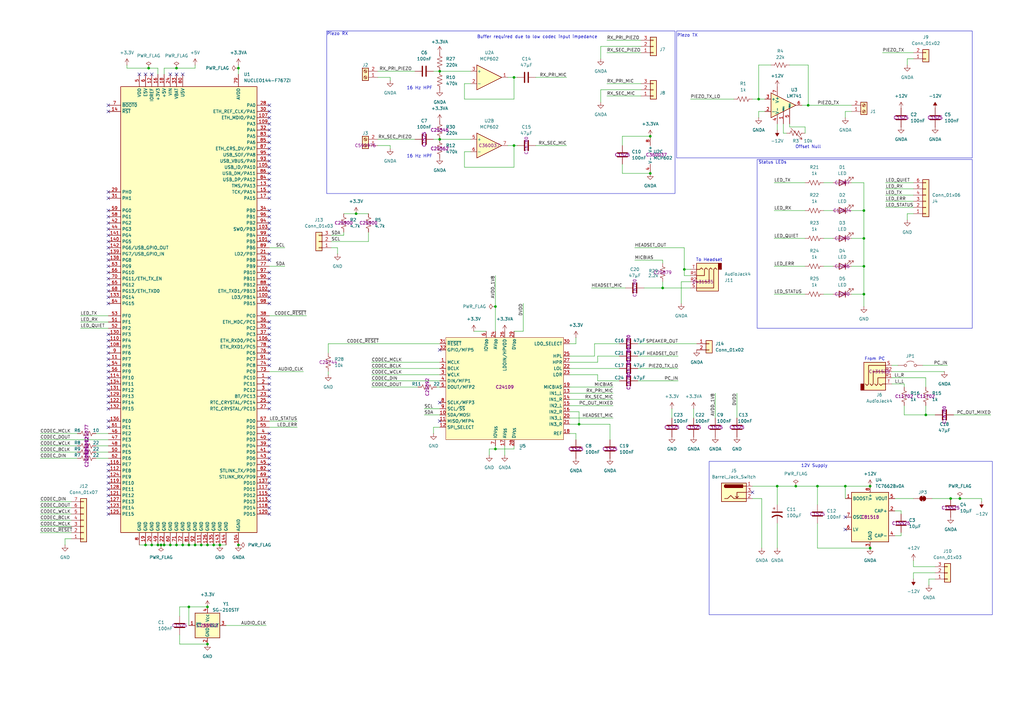
<source format=kicad_sch>
(kicad_sch (version 20250114) (generator "eeschema") (generator_version "9.0")
  (paper "A3")
  (rectangle (start 133.985 12.7) (end 276.86 79.375))
  (rectangle (start 290.83 189.23) (end 407.035 252.095))
  (rectangle (start 277.495 12.7) (end 398.78 64.77))
  (rectangle (start 310.515 65.405) (end 398.78 134.62))
  (text "16 Hz HPF" (at 172.085 36.195 0) (effects (font (size 1.27 1.27))))
  (text "To Headset" (at 290.83 106.68 0) (effects (font (size 1.27 1.27))))
  (text "Piezo TX" (at 281.94 14.605 0) (effects (font (size 1.27 1.27))))
  (text "Buffer required due to low codec input impedance" (at 220.345 15.24 0) (effects (font (size 1.27 1.27))))
  (text "Piezo RX" (at 138.43 13.97 0) (effects (font (size 1.27 1.27))))
  (text "12V Supply" (at 334.01 191.135 0) (effects (font (size 1.27 1.27))))
  (text "Status LEDs" (at 316.865 66.675 0) (effects (font (size 1.27 1.27))))
  (text "Offset Null" (at 331.47 60.325 0) (effects (font (size 1.27 1.27))))
  (text "From PC" (at 358.775 147.32 0) (effects (font (size 1.27 1.27))))
  (text "16 Hz HPF" (at 172.085 64.135 0) (effects (font (size 1.27 1.27))))
  (junction (at 354.33 97.79))
  (junction (at 389.89 204.47))
  (junction (at 80.01 223.52))
  (junction (at 356.87 199.39))
  (junction (at 64.77 223.52))
  (junction (at 60.96 27.94))
  (junction (at 77.47 248.92))
  (junction (at 146.05 87.63))
  (junction (at 203.2 184.15))
  (junction (at 237.49 173.99))
  (junction (at 66.04 223.52))
  (junction (at 82.55 223.52))
  (junction (at 180.34 29.21))
  (junction (at 311.15 40.64))
  (junction (at 266.7 55.88))
  (junction (at 280.67 110.49))
  (junction (at 210.82 31.75))
  (junction (at 318.77 199.39))
  (junction (at 210.82 59.69))
  (junction (at 335.28 199.39))
  (junction (at 180.34 57.15))
  (junction (at 393.7 204.47))
  (junction (at 346.71 199.39))
  (junction (at 266.7 71.12))
  (junction (at 74.93 223.52))
  (junction (at 354.33 120.65))
  (junction (at 331.47 43.18))
  (junction (at 203.2 125.73))
  (junction (at 85.09 264.16))
  (junction (at 379.73 170.18))
  (junction (at 59.69 223.52))
  (junction (at 85.09 223.52))
  (junction (at 85.09 248.92))
  (junction (at 326.39 199.39))
  (junction (at 97.79 223.52))
  (junction (at 72.39 223.52))
  (junction (at 90.17 223.52))
  (junction (at 62.23 223.52))
  (junction (at 97.79 27.94))
  (junction (at 356.87 224.79))
  (junction (at 354.33 86.36))
  (junction (at 77.47 223.52))
  (junction (at 87.63 223.52))
  (junction (at 271.78 118.11))
  (junction (at 72.39 27.94))
  (junction (at 69.85 223.52))
  (junction (at 67.31 223.52))
  (junction (at 354.33 109.22))
  (no_connect (at 44.45 142.24))
  (no_connect (at 44.45 205.74))
  (no_connect (at 308.61 201.93))
  (no_connect (at 110.49 76.2))
  (no_connect (at 44.45 200.66))
  (no_connect (at 44.45 104.14))
  (no_connect (at 110.49 96.52))
  (no_connect (at 44.45 43.18))
  (no_connect (at 110.49 55.88))
  (no_connect (at 110.49 68.58))
  (no_connect (at 110.49 149.86))
  (no_connect (at 110.49 208.28))
  (no_connect (at 110.49 88.9))
  (no_connect (at 69.85 30.48))
  (no_connect (at 44.45 167.64))
  (no_connect (at 110.49 114.3))
  (no_connect (at 44.45 109.22))
  (no_connect (at 110.49 134.62))
  (no_connect (at 44.45 152.4))
  (no_connect (at 44.45 193.04))
  (no_connect (at 44.45 149.86))
  (no_connect (at 110.49 205.74))
  (no_connect (at 110.49 137.16))
  (no_connect (at 44.45 96.52))
  (no_connect (at 110.49 144.78))
  (no_connect (at 44.45 93.98))
  (no_connect (at 59.69 30.48))
  (no_connect (at 44.45 114.3))
  (no_connect (at 110.49 104.14))
  (no_connect (at 44.45 165.1))
  (no_connect (at 110.49 193.04))
  (no_connect (at 180.34 172.72))
  (no_connect (at 44.45 81.28))
  (no_connect (at 110.49 99.06))
  (no_connect (at 44.45 154.94))
  (no_connect (at 44.45 195.58))
  (no_connect (at 110.49 50.8))
  (no_connect (at 110.49 111.76))
  (no_connect (at 62.23 30.48))
  (no_connect (at 110.49 78.74))
  (no_connect (at 110.49 142.24))
  (no_connect (at 44.45 172.72))
  (no_connect (at 110.49 60.96))
  (no_connect (at 110.49 43.18))
  (no_connect (at 44.45 160.02))
  (no_connect (at 44.45 106.68))
  (no_connect (at 110.49 180.34))
  (no_connect (at 44.45 86.36))
  (no_connect (at 110.49 200.66))
  (no_connect (at 44.45 111.76))
  (no_connect (at 110.49 160.02))
  (no_connect (at 110.49 119.38))
  (no_connect (at 44.45 190.5))
  (no_connect (at 110.49 177.8))
  (no_connect (at 110.49 71.12))
  (no_connect (at 44.45 101.6))
  (no_connect (at 44.45 45.72))
  (no_connect (at 44.45 124.46))
  (no_connect (at 44.45 203.2))
  (no_connect (at 110.49 167.64))
  (no_connect (at 110.49 147.32))
  (no_connect (at 110.49 132.08))
  (no_connect (at 110.49 66.04))
  (no_connect (at 110.49 203.2))
  (no_connect (at 346.71 217.17))
  (no_connect (at 110.49 73.66))
  (no_connect (at 110.49 81.28))
  (no_connect (at 44.45 91.44))
  (no_connect (at 44.45 162.56))
  (no_connect (at 110.49 198.12))
  (no_connect (at 110.49 162.56))
  (no_connect (at 110.49 185.42))
  (no_connect (at 110.49 53.34))
  (no_connect (at 44.45 116.84))
  (no_connect (at 110.49 93.98))
  (no_connect (at 110.49 45.72))
  (no_connect (at 110.49 139.7))
  (no_connect (at 110.49 210.82))
  (no_connect (at 180.34 165.1))
  (no_connect (at 110.49 63.5))
  (no_connect (at 110.49 195.58))
  (no_connect (at 110.49 157.48))
  (no_connect (at 44.45 198.12))
  (no_connect (at 44.45 210.82))
  (no_connect (at 110.49 91.44))
  (no_connect (at 110.49 190.5))
  (no_connect (at 110.49 187.96))
  (no_connect (at 110.49 182.88))
  (no_connect (at 110.49 86.36))
  (no_connect (at 110.49 106.68))
  (no_connect (at 110.49 154.94))
  (no_connect (at 44.45 208.28))
  (no_connect (at 44.45 78.74))
  (no_connect (at 44.45 144.78))
  (no_connect (at 44.45 88.9))
  (no_connect (at 44.45 99.06))
  (no_connect (at 74.93 30.48))
  (no_connect (at 110.49 116.84))
  (no_connect (at 44.45 147.32))
  (no_connect (at 110.49 58.42))
  (no_connect (at 44.45 175.26))
  (no_connect (at 110.49 121.92))
  (no_connect (at 72.39 30.48))
  (no_connect (at 44.45 157.48))
  (no_connect (at 44.45 119.38))
  (no_connect (at 180.34 143.51))
  (no_connect (at 110.49 124.46))
  (no_connect (at 110.49 165.1))
  (no_connect (at 346.71 212.09))
  (no_connect (at 44.45 137.16))
  (no_connect (at 110.49 48.26))
  (no_connect (at 44.45 139.7))
  (no_connect (at 44.45 121.92))
  (no_connect (at 57.15 30.48))
  (wire (pts (xy 346.71 45.72) (xy 349.25 45.72)))
  (wire (pts (xy 354.33 97.79) (xy 354.33 109.22)))
  (wire (pts (xy 266.7 55.88) (xy 255.27 55.88)))
  (wire (pts (xy 67.31 223.52) (xy 69.85 223.52)))
  (wire (pts (xy 254 156.21) (xy 245.11 156.21)))
  (wire (pts (xy 255.27 67.31) (xy 255.27 71.12)))
  (wire (pts (xy 62.23 223.52) (xy 64.77 223.52)))
  (wire (pts (xy 16.51 185.42) (xy 31.75 185.42)))
  (wire (pts (xy 16.51 205.74) (xy 29.21 205.74)))
  (wire (pts (xy 323.85 52.07) (xy 330.2 52.07)))
  (wire (pts (xy 367.03 204.47) (xy 374.65 204.47)))
  (wire (pts (xy 317.5 97.79) (xy 330.2 97.79)))
  (wire (pts (xy 177.8 177.8) (xy 177.8 175.26)))
  (wire (pts (xy 16.51 187.96) (xy 31.75 187.96)))
  (wire (pts (xy 233.68 166.37) (xy 251.46 166.37)))
  (wire (pts (xy 207.01 182.88) (xy 207.01 186.69)))
  (wire (pts (xy 97.79 27.94) (xy 97.79 30.48)))
  (wire (pts (xy 16.51 213.36) (xy 29.21 213.36)))
  (wire (pts (xy 16.51 210.82) (xy 29.21 210.82)))
  (wire (pts (xy 26.67 220.98) (xy 29.21 220.98)))
  (wire (pts (xy 331.47 26.67) (xy 331.47 43.18)))
  (wire (pts (xy 208.28 59.69) (xy 210.82 59.69)))
  (wire (pts (xy 210.82 184.15) (xy 210.82 182.88)))
  (wire (pts (xy 160.02 59.69) (xy 160.02 60.96)))
  (wire (pts (xy 236.22 138.43) (xy 236.22 140.97)))
  (wire (pts (xy 374.65 87.63) (xy 372.11 87.63)))
  (wire (pts (xy 200.66 186.69) (xy 200.66 184.15)))
  (wire (pts (xy 271.78 118.11) (xy 271.78 115.57)))
  (wire (pts (xy 264.16 118.11) (xy 271.78 118.11)))
  (wire (pts (xy 379.73 170.18) (xy 383.54 170.18)))
  (wire (pts (xy 52.07 27.94) (xy 60.96 27.94)))
  (wire (pts (xy 337.82 120.65) (xy 341.63 120.65)))
  (wire (pts (xy 354.33 109.22) (xy 354.33 120.65)))
  (wire (pts (xy 39.37 182.88) (xy 44.45 182.88)))
  (wire (pts (xy 59.69 223.52) (xy 62.23 223.52)))
  (wire (pts (xy 322.58 54.61) (xy 321.31 54.61)))
  (wire (pts (xy 337.82 74.93) (xy 341.63 74.93)))
  (wire (pts (xy 354.33 74.93) (xy 354.33 86.36)))
  (wire (pts (xy 72.39 223.52) (xy 74.93 223.52)))
  (wire (pts (xy 203.2 184.15) (xy 210.82 184.15)))
  (wire (pts (xy 237.49 173.99) (xy 233.68 173.99)))
  (wire (pts (xy 346.71 48.26) (xy 346.71 45.72)))
  (wire (pts (xy 67.31 27.94) (xy 72.39 27.94)))
  (wire (pts (xy 66.04 223.52) (xy 67.31 223.52)))
  (wire (pts (xy 233.68 148.59) (xy 245.11 148.59)))
  (wire (pts (xy 346.71 199.39) (xy 335.28 199.39)))
  (wire (pts (xy 233.68 171.45) (xy 251.46 171.45)))
  (wire (pts (xy 261.62 140.97) (xy 285.75 140.97)))
  (wire (pts (xy 233.68 146.05) (xy 243.84 146.05)))
  (wire (pts (xy 77.47 248.92) (xy 85.09 248.92)))
  (wire (pts (xy 134.62 140.97) (xy 180.34 140.97)))
  (wire (pts (xy 39.37 185.42) (xy 44.45 185.42)))
  (wire (pts (xy 138.43 101.6) (xy 138.43 104.14)))
  (wire (pts (xy 16.51 215.9) (xy 29.21 215.9)))
  (wire (pts (xy 363.22 74.93) (xy 374.65 74.93)))
  (wire (pts (xy 372.11 87.63) (xy 372.11 90.17)))
  (wire (pts (xy 363.22 85.09) (xy 374.65 85.09)))
  (wire (pts (xy 381 237.49) (xy 381 240.03)))
  (wire (pts (xy 293.37 161.29) (xy 293.37 171.45)))
  (wire (pts (xy 69.85 223.52) (xy 72.39 223.52)))
  (wire (pts (xy 219.71 31.75) (xy 232.41 31.75)))
  (wire (pts (xy 110.49 152.4) (xy 124.46 152.4)))
  (wire (pts (xy 323.85 26.67) (xy 331.47 26.67)))
  (wire (pts (xy 246.38 36.83) (xy 262.89 36.83)))
  (wire (pts (xy 245.11 156.21) (xy 245.11 153.67)))
  (wire (pts (xy 16.51 180.34) (xy 44.45 180.34)))
  (wire (pts (xy 60.96 27.94) (xy 64.77 27.94)))
  (wire (pts (xy 233.68 168.91) (xy 237.49 168.91)))
  (wire (pts (xy 140.97 87.63) (xy 146.05 87.63)))
  (wire (pts (xy 302.26 161.29) (xy 302.26 171.45)))
  (wire (pts (xy 328.93 43.18) (xy 331.47 43.18)))
  (wire (pts (xy 365.76 149.86) (xy 368.3 149.86)))
  (wire (pts (xy 233.68 140.97) (xy 236.22 140.97)))
  (wire (pts (xy 243.84 140.97) (xy 254 140.97)))
  (wire (pts (xy 85.09 223.52) (xy 87.63 223.52)))
  (wire (pts (xy 67.31 30.48) (xy 67.31 27.94)))
  (wire (pts (xy 326.39 199.39) (xy 335.28 199.39)))
  (wire (pts (xy 134.62 153.67) (xy 134.62 152.4)))
  (wire (pts (xy 77.47 223.52) (xy 80.01 223.52)))
  (wire (pts (xy 337.82 109.22) (xy 341.63 109.22)))
  (wire (pts (xy 173.99 167.64) (xy 180.34 167.64)))
  (wire (pts (xy 317.5 109.22) (xy 330.2 109.22)))
  (wire (pts (xy 335.28 199.39) (xy 335.28 207.01)))
  (wire (pts (xy 134.62 140.97) (xy 134.62 144.78)))
  (wire (pts (xy 236.22 177.8) (xy 236.22 180.34)))
  (wire (pts (xy 402.59 204.47) (xy 402.59 205.74)))
  (wire (pts (xy 82.55 223.52) (xy 85.09 223.52)))
  (wire (pts (xy 193.04 62.23) (xy 190.5 62.23)))
  (wire (pts (xy 349.25 109.22) (xy 354.33 109.22)))
  (wire (pts (xy 370.84 170.18) (xy 379.73 170.18)))
  (wire (pts (xy 260.35 106.68) (xy 271.78 106.68)))
  (wire (pts (xy 177.8 175.26) (xy 180.34 175.26)))
  (wire (pts (xy 271.78 118.11) (xy 283.21 118.11)))
  (wire (pts (xy 64.77 223.52) (xy 66.04 223.52)))
  (wire (pts (xy 121.92 172.72) (xy 110.49 172.72)))
  (wire (pts (xy 383.54 234.95) (xy 374.65 234.95)))
  (wire (pts (xy 261.62 151.13) (xy 278.13 151.13)))
  (wire (pts (xy 246.38 19.05) (xy 262.89 19.05)))
  (wire (pts (xy 203.2 184.15) (xy 203.2 182.88)))
  (wire (pts (xy 354.33 86.36) (xy 354.33 97.79)))
  (wire (pts (xy 190.5 68.58) (xy 210.82 68.58)))
  (wire (pts (xy 389.89 204.47) (xy 393.7 204.47)))
  (wire (pts (xy 203.2 113.03) (xy 203.2 125.73)))
  (wire (pts (xy 311.15 48.26) (xy 311.15 45.72)))
  (wire (pts (xy 73.66 260.35) (xy 73.66 264.16)))
  (wire (pts (xy 248.92 34.29) (xy 262.89 34.29)))
  (wire (pts (xy 317.5 74.93) (xy 330.2 74.93)))
  (wire (pts (xy 233.68 153.67) (xy 245.11 153.67)))
  (wire (pts (xy 210.82 135.89) (xy 214.63 135.89)))
  (wire (pts (xy 354.33 120.65) (xy 354.33 125.73)))
  (wire (pts (xy 335.28 224.79) (xy 356.87 224.79)))
  (wire (pts (xy 280.67 110.49) (xy 280.67 113.03)))
  (wire (pts (xy 318.77 214.63) (xy 318.77 224.79)))
  (wire (pts (xy 219.71 59.69) (xy 232.41 59.69)))
  (wire (pts (xy 261.62 156.21) (xy 278.13 156.21)))
  (wire (pts (xy 73.66 248.92) (xy 77.47 248.92)))
  (wire (pts (xy 64.77 27.94) (xy 64.77 30.48)))
  (wire (pts (xy 140.97 96.52) (xy 140.97 95.25)))
  (wire (pts (xy 349.25 74.93) (xy 354.33 74.93)))
  (wire (pts (xy 374.65 234.95) (xy 374.65 237.49)))
  (wire (pts (xy 80.01 223.52) (xy 82.55 223.52)))
  (wire (pts (xy 152.4 158.75) (xy 171.45 158.75)))
  (wire (pts (xy 361.95 21.59) (xy 374.65 21.59)))
  (wire (pts (xy 74.93 223.52) (xy 77.47 223.52)))
  (wire (pts (xy 97.79 26.67) (xy 97.79 27.94)))
  (wire (pts (xy 363.22 80.01) (xy 374.65 80.01)))
  (wire (pts (xy 193.04 34.29) (xy 190.5 34.29)))
  (wire (pts (xy 317.5 120.65) (xy 330.2 120.65)))
  (wire (pts (xy 318.77 50.8) (xy 318.77 53.34)))
  (wire (pts (xy 383.54 237.49) (xy 381 237.49)))
  (wire (pts (xy 308.61 40.64) (xy 311.15 40.64)))
  (wire (pts (xy 255.27 71.12) (xy 266.7 71.12)))
  (wire (pts (xy 57.15 223.52) (xy 59.69 223.52)))
  (wire (pts (xy 379.73 154.94) (xy 379.73 158.75)))
  (wire (pts (xy 16.51 182.88) (xy 31.75 182.88)))
  (wire (pts (xy 378.46 149.86) (xy 388.62 149.86)))
  (wire (pts (xy 190.5 34.29) (xy 190.5 40.64)))
  (wire (pts (xy 210.82 59.69) (xy 212.09 59.69)))
  (wire (pts (xy 337.82 97.79) (xy 341.63 97.79)))
  (wire (pts (xy 233.68 177.8) (xy 236.22 177.8)))
  (wire (pts (xy 383.54 232.41) (xy 374.65 232.41)))
  (wire (pts (xy 248.92 39.37) (xy 262.89 39.37)))
  (wire (pts (xy 26.67 223.52) (xy 26.67 220.98)))
  (wire (pts (xy 151.13 95.25) (xy 151.13 99.06)))
  (wire (pts (xy 312.42 204.47) (xy 312.42 224.79)))
  (wire (pts (xy 349.25 120.65) (xy 354.33 120.65)))
  (wire (pts (xy 203.2 125.73) (xy 203.2 135.89)))
  (wire (pts (xy 316.23 26.67) (xy 311.15 26.67)))
  (wire (pts (xy 308.61 199.39) (xy 318.77 199.39)))
  (wire (pts (xy 374.65 229.87) (xy 374.65 232.41)))
  (wire (pts (xy 210.82 59.69) (xy 210.82 68.58)))
  (wire (pts (xy 308.61 204.47) (xy 312.42 204.47)))
  (wire (pts (xy 160.02 59.69) (xy 154.94 59.69)))
  (wire (pts (xy 73.66 264.16) (xy 85.09 264.16)))
  (wire (pts (xy 73.66 252.73) (xy 73.66 248.92)))
  (wire (pts (xy 110.49 101.6) (xy 116.84 101.6)))
  (wire (pts (xy 154.94 57.15) (xy 170.18 57.15)))
  (wire (pts (xy 337.82 86.36) (xy 341.63 86.36)))
  (wire (pts (xy 210.82 31.75) (xy 210.82 40.64)))
  (wire (pts (xy 194.31 135.89) (xy 199.39 135.89)))
  (wire (pts (xy 72.39 27.94) (xy 80.01 27.94)))
  (wire (pts (xy 279.4 115.57) (xy 279.4 124.46)))
  (wire (pts (xy 179.07 158.75) (xy 180.34 158.75)))
  (wire (pts (xy 365.76 152.4) (xy 387.35 152.4)))
  (wire (pts (xy 370.84 166.37) (xy 370.84 170.18)))
  (wire (pts (xy 331.47 43.18) (xy 349.25 43.18)))
  (wire (pts (xy 212.09 31.75) (xy 210.82 31.75)))
  (wire (pts (xy 245.11 148.59) (xy 245.11 146.05)))
  (wire (pts (xy 90.17 223.52) (xy 92.71 223.52)))
  (wire (pts (xy 283.21 115.57) (xy 279.4 115.57)))
  (wire (pts (xy 121.92 175.26) (xy 110.49 175.26)))
  (wire (pts (xy 317.5 86.36) (xy 330.2 86.36)))
  (wire (pts (xy 33.02 134.62) (xy 44.45 134.62)))
  (wire (pts (xy 135.89 99.06) (xy 151.13 99.06)))
  (wire (pts (xy 330.2 52.07) (xy 330.2 54.61)))
  (wire (pts (xy 260.35 101.6) (xy 280.67 101.6)))
  (wire (pts (xy 154.94 29.21) (xy 170.18 29.21)))
  (wire (pts (xy 80.01 27.94) (xy 80.01 26.67)))
  (wire (pts (xy 77.47 248.92) (xy 77.47 256.54)))
  (wire (pts (xy 284.48 167.64) (xy 284.48 171.45)))
  (wire (pts (xy 160.02 31.75) (xy 154.94 31.75)))
  (wire (pts (xy 152.4 153.67) (xy 180.34 153.67)))
  (wire (pts (xy 190.5 62.23) (xy 190.5 68.58)))
  (wire (pts (xy 177.8 57.15) (xy 180.34 57.15)))
  (wire (pts (xy 208.28 31.75) (xy 210.82 31.75)))
  (wire (pts (xy 372.11 24.13) (xy 372.11 26.67)))
  (wire (pts (xy 110.49 129.54) (xy 125.73 129.54)))
  (wire (pts (xy 283.21 113.03) (xy 280.67 113.03)))
  (wire (pts (xy 245.11 146.05) (xy 254 146.05)))
  (wire (pts (xy 233.68 158.75) (xy 251.46 158.75)))
  (wire (pts (xy 382.27 204.47) (xy 389.89 204.47)))
  (wire (pts (xy 275.59 167.64) (xy 275.59 171.45)))
  (wire (pts (xy 367.03 219.71) (xy 369.57 219.71)))
  (wire (pts (xy 379.73 166.37) (xy 379.73 170.18)))
  (wire (pts (xy 369.57 209.55) (xy 369.57 210.82)))
  (wire (pts (xy 39.37 187.96) (xy 44.45 187.96)))
  (wire (pts (xy 367.03 209.55) (xy 369.57 209.55)))
  (wire (pts (xy 369.57 219.71) (xy 369.57 218.44)))
  (wire (pts (xy 233.68 151.13) (xy 254 151.13)))
  (wire (pts (xy 248.92 16.51) (xy 262.89 16.51)))
  (wire (pts (xy 233.68 163.83) (xy 251.46 163.83)))
  (wire (pts (xy 200.66 184.15) (xy 203.2 184.15)))
  (wire (pts (xy 346.71 199.39) (xy 346.71 204.47)))
  (wire (pts (xy 152.4 151.13) (xy 180.34 151.13)))
  (wire (pts (xy 349.25 86.36) (xy 354.33 86.36)))
  (wire (pts (xy 280.67 110.49) (xy 283.21 110.49)))
  (wire (pts (xy 233.68 161.29) (xy 251.46 161.29)))
  (wire (pts (xy 16.51 218.44) (xy 29.21 218.44)))
  (wire (pts (xy 356.87 199.39) (xy 346.71 199.39)))
  (wire (pts (xy 250.19 173.99) (xy 250.19 180.34)))
  (wire (pts (xy 52.07 26.67) (xy 52.07 27.94)))
  (wire (pts (xy 283.21 40.64) (xy 300.99 40.64)))
  (wire (pts (xy 391.16 170.18) (xy 406.4 170.18)))
  (wire (pts (xy 173.99 170.18) (xy 180.34 170.18)))
  (wire (pts (xy 152.4 156.21) (xy 180.34 156.21)))
  (wire (pts (xy 326.39 199.39) (xy 318.77 199.39)))
  (wire (pts (xy 237.49 173.99) (xy 250.19 173.99)))
  (wire (pts (xy 365.76 154.94) (xy 379.73 154.94)))
  (wire (pts (xy 180.34 29.21) (xy 193.04 29.21)))
  (wire (pts (xy 271.78 107.95) (xy 271.78 106.68)))
  (wire (pts (xy 243.84 146.05) (xy 243.84 140.97)))
  (wire (pts (xy 335.28 214.63) (xy 335.28 224.79)))
  (wire (pts (xy 255.27 55.88) (xy 255.27 59.69)))
  (wire (pts (xy 146.05 87.63) (xy 151.13 87.63)))
  (wire (pts (xy 160.02 31.75) (xy 160.02 33.02)))
  (wire (pts (xy 323.85 52.07) (xy 323.85 50.8)))
  (wire (pts (xy 321.31 54.61) (xy 321.31 50.8)))
  (wire (pts (xy 33.02 132.08) (xy 44.45 132.08)))
  (wire (pts (xy 311.15 40.64) (xy 313.69 40.64)))
  (wire (pts (xy 246.38 19.05) (xy 246.38 24.13)))
  (wire (pts (xy 152.4 148.59) (xy 180.34 148.59)))
  (wire (pts (xy 246.38 36.83) (xy 246.38 41.91)))
  (wire (pts (xy 237.49 168.91) (xy 237.49 173.99)))
  (wire (pts (xy 393.7 204.47) (xy 402.59 204.47)))
  (wire (pts (xy 363.22 77.47) (xy 374.65 77.47)))
  (wire (pts (xy 261.62 146.05) (xy 278.13 146.05)))
  (wire (pts (xy 110.49 109.22) (xy 116.84 109.22)))
  (wire (pts (xy 363.22 82.55) (xy 374.65 82.55)))
  (wire (pts (xy 16.51 208.28) (xy 29.21 208.28)))
  (wire (pts (xy 87.63 223.52) (xy 90.17 223.52)))
  (wire (pts (xy 177.8 29.21) (xy 180.34 29.21)))
  (wire (pts (xy 180.34 57.15) (xy 193.04 57.15)))
  (wire (pts (xy 248.92 21.59) (xy 262.89 21.59)))
  (wire (pts (xy 135.89 101.6) (xy 138.43 101.6)))
  (wire (pts (xy 370.84 157.48) (xy 370.84 158.75)))
  (wire (pts (xy 190.5 40.64) (xy 210.82 40.64)))
  (wire (pts (xy 349.25 97.79) (xy 354.33 97.79)))
  (wire (pts (xy 242.57 118.11) (xy 256.54 118.11)))
  (wire (pts (xy 280.67 110.49) (xy 280.67 101.6)))
  (wire (pts (xy 92.71 256.54) (xy 109.22 256.54)))
  (wire (pts (xy 135.89 96.52) (xy 140.97 96.52)))
  (wire (pts (xy 311.15 26.67) (xy 311.15 40.64)))
  (wire (pts (xy 33.02 129.54) (xy 44.45 129.54)))
  (wire (pts (xy 365.76 157.48) (xy 370.84 157.48)))
  (wire (pts (xy 214.63 124.46) (xy 214.63 135.89)))
  (wire (pts (xy 311.15 45.72) (xy 313.69 45.72)))
  (wire (pts (xy 318.77 199.39) (xy 318.77 207.01)))
  (wire (pts (xy 39.37 177.8) (xy 44.45 177.8)))
  (wire (pts (xy 16.51 177.8) (xy 31.75 177.8)))
  (wire (pts (xy 374.65 24.13) (xy 372.11 24.13)))
  (label "RX_PRI_MIC" (at 251.46 161.29 180))
  (label "RX_PRI_MIC" (at 248.92 34.29 0))
  (label "LED_STATUS" (at 317.5 120.65 0))
  (label "CODEC_DIN" (at 16.51 187.96 0))
  (label "RX_SEC_MIC" (at 232.41 59.69 180))
  (label "PIEZO_TX" (at 361.95 21.59 0))
  (label "LED_QUIET" (at 33.02 134.62 0))
  (label "SDA" (at 116.84 109.22 180))
  (label "PC_IN" (at 388.62 149.86 180))
  (label "MICBIAS" (at 260.35 106.68 0))
  (label "AUDIO_CLK" (at 124.46 152.4 180))
  (label "HEADSET_MIC" (at 242.57 118.11 0))
  (label "RX_SEC_MIC" (at 248.92 39.37 0))
  (label "HEADSET_MIC" (at 251.46 171.45 180))
  (label "LED_RX" (at 33.02 132.08 0))
  (label "CODEC_~{RESET}" (at 142.24 140.97 0))
  (label "SCL" (at 135.89 99.06 0))
  (label "AVDD_1V8" (at 293.37 161.29 270))
  (label "MICBIAS" (at 251.46 158.75 180))
  (label "LED_RX" (at 363.22 77.47 0))
  (label "CODEC_DOUT" (at 16.51 180.34 0))
  (label "SDA" (at 135.89 96.52 0))
  (label "LED_QUIET" (at 317.5 97.79 0))
  (label "HEADSET_OUT" (at 278.13 146.05 180))
  (label "CODEC_WCLK" (at 16.51 210.82 0))
  (label "LED_ERR" (at 121.92 175.26 180))
  (label "RX_SEC_PIEZO" (at 248.92 21.59 0))
  (label "LED_STATUS" (at 121.92 172.72 180))
  (label "PIEZO_TX_LO" (at 283.21 40.64 0))
  (label "LED_QUIET" (at 363.22 74.93 0))
  (label "LED_ERR" (at 317.5 109.22 0))
  (label "RX_SEC_PIEZO" (at 168.91 57.15 180))
  (label "LED_RX" (at 317.5 86.36 0))
  (label "PC_OUT_MIXED" (at 406.4 170.18 180))
  (label "RX_SEC_MIC" (at 251.46 163.83 180))
  (label "AVDD_1V8" (at 203.2 113.03 270))
  (label "CODEC_BCLK" (at 16.51 185.42 0))
  (label "DVDD" (at 302.26 161.29 270))
  (label "LED_ERR" (at 363.22 82.55 0))
  (label "CODEC_WCLK" (at 152.4 153.67 0))
  (label "SDA" (at 173.99 170.18 0))
  (label "LED_TX" (at 33.02 129.54 0))
  (label "HEADSET_OUT" (at 260.35 101.6 0))
  (label "CODEC_DIN" (at 152.4 156.21 0))
  (label "CODEC_~{RESET}" (at 125.73 129.54 180))
  (label "PC_IN" (at 278.13 156.21 180))
  (label "CODEC_BCLK" (at 16.51 213.36 0))
  (label "CODEC_BCLK" (at 152.4 151.13 0))
  (label "CODEC_DIN" (at 16.51 205.74 0))
  (label "LED_TX" (at 317.5 74.93 0))
  (label "LI_R" (at 370.84 154.94 180))
  (label "RX_PRI_PIEZO" (at 168.91 29.21 180))
  (label "SPEAKER_OUT" (at 278.13 140.97 180))
  (label "LI_L" (at 370.84 157.48 180))
  (label "CODEC_DOUT" (at 16.51 208.28 0))
  (label "SCL" (at 116.84 101.6 180))
  (label "SCL" (at 173.99 167.64 0))
  (label "LED_TX" (at 363.22 80.01 0))
  (label "LED_STATUS" (at 363.22 85.09 0))
  (label "DVDD" (at 214.63 124.46 270))
  (label "PIEZO_TX_LO" (at 278.13 151.13 180))
  (label "CODEC_MCLK" (at 16.51 177.8 0))
  (label "PIEZO_TX" (at 335.28 43.18 0))
  (label "RX_PRI_PIEZO" (at 248.92 16.51 0))
  (label "CODEC_~{RESET}" (at 16.51 218.44 0))
  (label "RX_PRI_MIC" (at 232.41 31.75 180))
  (label "CODEC_MCLK" (at 152.4 148.59 0))
  (label "CODEC_WCLK" (at 16.51 182.88 0))
  (label "PC_OUT_MIXED" (at 251.46 166.37 180))
  (label "AUDIO_CLK" (at 109.22 256.54 180))
  (label "CODEC_MCLK" (at 16.51 215.9 0))
  (label "CODEC_DOUT" (at 152.4 158.75 0))
  (symbol (lib_id "power:GNDA") (at 387.35 152.4 0) (unit 1)
    (property "Reference" "#PWR065" (effects (hide yes)))
    (property "Value" "GNDA" (at 387.35 157.48 0))
    (property "Description" "Power symbol creates a global label with name \"GNDA\" , analog ground" (effects (hide yes)))
  )
  (symbol (lib_id "power:PWR_FLAG") (at 393.7 204.47 0) (unit 1)
    (property "Reference" "#FLG04" (effects (hide yes)))
    (property "Value" "PWR_FLAG" (at 393.7 199.39 0))
    (property "Description" "Special symbol for telling ERC where power comes from" (effects (hide yes)))
  )
  (symbol (lib_id "Device:R_US") (at 35.56 185.42 90) (unit 1)
    (property "Reference" "R9" (at 31.75 184.15 90))
    (property "Value" "22" (at 39.37 184.15 90))
    (property "Footprint" "Resistor_SMD:R_0402_1005Metric" (effects (hide yes)))
    (property "Description" "Resistor, US symbol" (effects (hide yes)))
    (property "JLC P/N" "C25092" (at 35.56 185.42 0))
  )
  (symbol (lib_id "power:GNDA") (at 311.15 48.26 0) (unit 1)
    (property "Reference" "#PWR074" (effects (hide yes)))
    (property "Value" "GNDA" (at 311.15 53.34 0))
    (property "Description" "Power symbol creates a global label with name \"GNDA\" , analog ground" (effects (hide yes)))
  )
  (symbol (lib_id "Custom:TLV320AIC3204") (at 207.01 158.75 0) (unit 1)
    (property "Reference" "U5" (at 212.9633 182.88 0) (effects (justify left)))
    (property "Value" "~" (at 212.9633 184.15 0) (effects (justify left)))
    (property "Footprint" "Package_DFN_QFN:QFN-32-1EP_5x5mm_P0.5mm_EP3.45x3.45mm_ThermalVias" (effects (hide yes)))
    (property "JLC P/N" "C24109" (at 207.01 158.75 0))
  )
  (symbol (lib_id "power:+3.3VA") (at 180.34 49.53 0) (unit 1)
    (property "Reference" "#PWR055" (effects (hide yes)))
    (property "Value" "+3.3VA" (at 180.34 44.45 0))
    (property "Description" "Power symbol creates a global label with name \"+3.3VA\"" (effects (hide yes)))
  )
  (symbol (lib_id "power:GNDA") (at 279.4 124.46 0) (unit 1)
    (property "Reference" "#PWR066" (effects (hide yes)))
    (property "Value" "GNDA" (at 279.4 129.54 0))
    (property "Description" "Power symbol creates a global label with name \"GNDA\" , analog ground" (effects (hide yes)))
  )
  (symbol (lib_id "power:+5V") (at 80.01 26.67 0) (unit 1)
    (property "Reference" "#PWR021" (effects (hide yes)))
    (property "Value" "+5V" (at 80.01 21.59 0))
    (property "Description" "Power symbol creates a global label with name \"+5V\"" (effects (hide yes)))
  )
  (symbol (lib_id "power:+12V") (at 318.77 35.56 0) (unit 1)
    (property "Reference" "#PWR03" (effects (hide yes)))
    (property "Value" "+12V" (at 318.77 31.115 0))
    (property "Description" "Power symbol creates a global label with name \"+12V\"" (effects (hide yes)))
  )
  (symbol (lib_id "power:GND") (at 200.66 186.69 0) (unit 1)
    (property "Reference" "#PWR052" (effects (hide yes)))
    (property "Value" "GND" (at 200.66 191.77 0))
    (property "Description" "Power symbol creates a global label with name \"GND\" , ground" (effects (hide yes)))
  )
  (symbol (lib_id "power:+3.3VA") (at 207.01 135.89 0) (unit 1)
    (property "Reference" "#PWR050" (effects (hide yes)))
    (property "Value" "+3.3VA" (at 207.01 130.81 0))
    (property "Description" "Power symbol creates a global label with name \"+3.3VA\"" (effects (hide yes)))
  )
  (symbol (lib_id "Device:C") (at 389.89 208.28 0) (unit 1)
    (property "Reference" "C4" (at 393.7 207.0099 0) (effects (justify left)))
    (property "Value" "10µF" (at 393.7 209.5499 0) (effects (justify left)))
    (property "Footprint" "Capacitor_SMD:C_0402_1005Metric" (effects (hide yes)))
    (property "Description" "Unpolarized capacitor" (effects (hide yes)))
    (property "JLC P/N" "C15525" (at 389.89 208.28 0))
  )
  (symbol (lib_id "power:PWR_FLAG") (at 60.96 27.94 0) (unit 1)
    (property "Reference" "#FLG02" (effects (hide yes)))
    (property "Value" "PWR_FLAG" (at 60.96 22.86 0))
    (property "Description" "Special symbol for telling ERC where power comes from" (effects (hide yes)))
  )
  (symbol (lib_id "Device:R_US") (at 134.62 148.59 0) (unit 1)
    (property "Reference" "R28" (at 137.16 147.3199 0) (effects (justify left)))
    (property "Value" "10k" (at 137.16 149.8599 0) (effects (justify left)))
    (property "Footprint" "Resistor_SMD:R_0402_1005Metric" (effects (hide yes)))
    (property "Description" "Resistor, US symbol" (effects (hide yes)))
    (property "JLC P/N" "C25744" (at 134.62 148.59 0))
  )
  (symbol (lib_id "Device:C") (at 257.81 140.97 90) (unit 1)
    (property "Reference" "C16" (at 254 139.7 90))
    (property "Value" "47µF" (at 262.255 139.7 90))
    (property "Footprint" "Capacitor_SMD:C_0805_2012Metric" (effects (hide yes)))
    (property "Description" "Unpolarized capacitor" (effects (hide yes)))
    (property "JLC P/N" "C16780" (at 257.81 140.97 0))
  )
  (symbol (lib_id "Device:LED") (at 345.44 109.22 180) (unit 1)
    (property "Reference" "D4" (at 345.44 102.87 0))
    (property "Value" "LED" (at 345.44 105.41 0))
    (property "Footprint" "LED_SMD:LED_0805_2012Metric_Pad1.15x1.40mm_HandSolder" (effects (hide yes)))
    (property "Description" "Light emitting diode" (effects (hide yes)))
    (property "Sim.Pins" "1=K 2=A" (effects (hide yes)))
    (property "JLC P/N" "C2286" (at 345.44 109.22 0))
  )
  (symbol (lib_id "power:-12V") (at 402.59 205.74 180) (unit 1)
    (property "Reference" "#PWR09" (effects (hide yes)))
    (property "Value" "-12V" (at 402.59 210.82 0))
    (property "Description" "Power symbol creates a global label with name \"-12V\"" (effects (hide yes)))
  )
  (symbol (lib_id "power:-12V") (at 318.77 53.34 180) (unit 1)
    (property "Reference" "#PWR02" (effects (hide yes)))
    (property "Value" "-12V" (at 318.77 57.785 0))
    (property "Description" "Power symbol creates a global label with name \"-12V\"" (effects (hide yes)))
  )
  (symbol (lib_id "power:GNDA") (at 160.02 33.02 0) (unit 1)
    (property "Reference" "#PWR067" (effects (hide yes)))
    (property "Value" "GNDA" (at 160.02 38.1 0))
    (property "Description" "Power symbol creates a global label with name \"GNDA\" , analog ground" (effects (hide yes)))
  )
  (symbol (lib_id "power:PWR_FLAG") (at 72.39 27.94 0) (unit 1)
    (property "Reference" "#FLG03" (effects (hide yes)))
    (property "Value" "PWR_FLAG" (at 72.39 22.86 0))
    (property "Description" "Special symbol for telling ERC where power comes from" (effects (hide yes)))
  )
  (symbol (lib_id "power:GNDA") (at 246.38 24.13 0) (unit 1)
    (property "Reference" "#PWR072" (effects (hide yes)))
    (property "Value" "GNDA" (at 246.38 29.21 0))
    (property "Description" "Power symbol creates a global label with name \"GNDA\" , analog ground" (effects (hide yes)))
  )
  (symbol (lib_id "power:GNDA") (at 180.34 36.83 0) (unit 1)
    (property "Reference" "#PWR070" (effects (hide yes)))
    (property "Value" "GNDA" (at 180.34 41.91 0))
    (property "Description" "Power symbol creates a global label with name \"GNDA\" , analog ground" (effects (hide yes)))
  )
  (symbol (lib_id "power:GND") (at 177.8 177.8 0) (unit 1)
    (property "Reference" "#PWR043" (effects (hide yes)))
    (property "Value" "GND" (at 177.8 182.88 0))
    (property "Description" "Power symbol creates a global label with name \"GND\" , ground" (effects (hide yes)))
  )
  (symbol (lib_id "power:GNDA") (at 97.79 223.52 0) (unit 1)
    (property "Reference" "#PWR04" (effects (hide yes)))
    (property "Value" "GNDA" (at 97.79 228.6 0))
    (property "Description" "Power symbol creates a global label with name \"GNDA\" , analog ground" (effects (hide yes)))
  )
  (symbol (lib_id "Device:R_US") (at 180.34 33.02 0) (unit 1)
    (property "Reference" "R10" (at 182.88 31.7499 0) (effects (justify left)))
    (property "Value" "470k" (at 182.88 34.2899 0) (effects (justify left)))
    (property "Footprint" "Resistor_SMD:R_0402_1005Metric_Pad0.72x0.64mm_HandSolder" (effects (hide yes)))
    (property "Description" "Resistor, US symbol" (effects (hide yes)))
    (property "JLC P/N" "C25562" (effects (hide yes)))
  )
  (symbol (lib_id "Device:LED") (at 345.44 97.79 180) (unit 1)
    (property "Reference" "D3" (at 345.44 91.44 0))
    (property "Value" "LED" (at 345.44 93.98 0))
    (property "Footprint" "LED_SMD:LED_0805_2012Metric_Pad1.15x1.40mm_HandSolder" (effects (hide yes)))
    (property "Description" "Light emitting diode" (effects (hide yes)))
    (property "Sim.Pins" "1=K 2=A" (effects (hide yes)))
    (property "JLC P/N" "C2290" (at 345.44 97.79 0))
  )
  (symbol (lib_id "Device:C") (at 369.57 48.26 0) (unit 1)
    (property "Reference" "C2" (at 373.38 46.9899 0) (effects (justify left)))
    (property "Value" "100nF" (at 373.38 49.5299 0) (effects (justify left)))
    (property "Footprint" "Capacitor_SMD:C_0402_1005Metric" (effects (hide yes)))
    (property "Description" "Unpolarized capacitor" (effects (hide yes)))
    (property "JLC P/N" "C1525" (at 369.57 48.26 0))
  )
  (symbol (lib_id "Device:C") (at 257.81 156.21 90) (unit 1)
    (property "Reference" "C24" (at 254 154.94 90))
    (property "Value" "47µF" (at 262.255 154.94 90))
    (property "Footprint" "Capacitor_SMD:C_0805_2012Metric" (effects (hide yes)))
    (property "Description" "Unpolarized capacitor" (effects (hide yes)))
    (property "JLC P/N" "C16780" (at 257.81 156.21 0))
  )
  (symbol (lib_id "Device:C") (at 293.37 175.26 0) (unit 1)
    (property "Reference" "C9" (at 294.005 170.18 0) (effects (justify left)))
    (property "Value" "100nF" (at 294.005 172.72 0) (effects (justify left)))
    (property "Footprint" "Capacitor_SMD:C_0402_1005Metric" (effects (hide yes)))
    (property "Description" "Unpolarized capacitor" (effects (hide yes)))
    (property "JLC P/N" "C1525" (at 293.37 175.26 0))
  )
  (symbol (lib_id "power:PWR_FLAG") (at 203.2 125.73 90) (unit 1)
    (property "Reference" "#FLG07" (effects (hide yes)))
    (property "Value" "PWR_FLAG" (at 199.39 125.7299 90) (effects (justify left)))
    (property "Description" "Special symbol for telling ERC where power comes from" (effects (hide yes)))
  )
  (symbol (lib_id "power:GNDA") (at 236.22 187.96 0) (unit 1)
    (property "Reference" "#PWR018" (effects (hide yes)))
    (property "Value" "GNDA" (at 236.22 193.04 0))
    (property "Description" "Power symbol creates a global label with name \"GNDA\" , analog ground" (effects (hide yes)))
  )
  (symbol (lib_id "power:PWR_FLAG") (at 97.79 27.94 90) (unit 1)
    (property "Reference" "#FLG06" (effects (hide yes)))
    (property "Value" "PWR_FLAG" (at 93.98 27.9399 90) (effects (justify left)))
    (property "Description" "Special symbol for telling ERC where power comes from" (effects (hide yes)))
  )
  (symbol (lib_id "Connector:Screw_Terminal_01x02") (at 149.86 31.75 180) (unit 1)
    (property "Reference" "J2" (at 149.86 26.67 0))
    (property "Value" "Screw_Terminal_01x02" (effects (hide yes)))
    (property "Footprint" "ScrewTerminal:TE_282837-2" (effects (hide yes)))
    (property "Description" "Generic screw terminal, single row, 01x02, script generated (kicad-library-utils/schlib/autogen/connector/)" (effects (hide yes)))
    (property "JLC P/N" "C592976" (effects (hide yes)))
  )
  (symbol (lib_id "power:+3.3VA") (at 97.79 26.67 0) (unit 1)
    (property "Reference" "#PWR041" (effects (hide yes)))
    (property "Value" "+3.3VA" (at 97.79 21.59 0))
    (property "Description" "Power symbol creates a global label with name \"+3.3VA\"" (effects (hide yes)))
  )
  (symbol (lib_id "Device:R_Variable_US") (at 326.39 54.61 270) (unit 1)
    (property "Reference" "R3" (at 326.39 57.785 90))
    (property "Value" "10k" (at 331.47 57.785 90))
    (property "Footprint" "Potentiometer_THT:Potentiometer_Bourns_3296W_Vertical" (effects (hide yes)))
    (property "Description" "Variable resistor, US symbol" (effects (hide yes)))
    (property "JLC P/N" "C118954" (effects (hide yes)))
  )
  (symbol (lib_id "Connector_Generic:Conn_01x02") (at 290.83 140.97 0) (unit 1)
    (property "Reference" "J14" (at 293.37 140.9699 0) (effects (justify left)))
    (property "Value" "Conn_01x02" (at 293.37 143.5099 0) (effects (justify left)))
    (property "Footprint" "Connector_PinSocket_2.54mm:PinSocket_1x02_P2.54mm_Vertical" (effects (hide yes)))
    (property "Description" "Generic connector, single row, 01x02, script generated (kicad-library-utils/schlib/autogen/connector/)" (effects (hide yes)))
  )
  (symbol (lib_id "Connector_Generic:Conn_01x03") (at 130.81 99.06 180) (unit 1)
    (property "Reference" "J13" (at 130.81 90.17 0))
    (property "Value" "Conn_01x03" (at 130.81 92.71 0))
    (property "Footprint" "Connector_PinHeader_2.54mm:PinHeader_1x03_P2.54mm_Vertical" (effects (hide yes)))
    (property "Description" "Generic connector, single row, 01x03, script generated (kicad-library-utils/schlib/autogen/connector/)" (effects (hide yes)))
  )
  (symbol (lib_id "Device:C") (at 215.9 59.69 90) (unit 1)
    (property "Reference" "C15" (at 215.9 52.07 90))
    (property "Value" "47µF" (at 215.9 54.61 90))
    (property "Footprint" "Capacitor_SMD:C_0805_2012Metric" (effects (hide yes)))
    (property "Description" "Unpolarized capacitor" (effects (hide yes)))
    (property "JLC P/N" "C16780" (at 215.9 59.69 0))
  )
  (symbol (lib_id "Device:C") (at 302.26 175.26 0) (unit 1)
    (property "Reference" "C13" (at 302.895 170.1799 0) (effects (justify left)))
    (property "Value" "100nF" (at 308.61 172.72 0) (effects (justify right)))
    (property "Footprint" "Capacitor_SMD:C_0402_1005Metric" (effects (hide yes)))
    (property "Description" "Unpolarized capacitor" (effects (hide yes)))
    (property "JLC P/N" "C1525" (at 302.26 175.26 0))
  )
  (symbol (lib_id "power:GNDA") (at 312.42 224.79 0) (unit 1)
    (property "Reference" "#PWR060" (effects (hide yes)))
    (property "Value" "GNDA" (at 312.42 229.87 0))
    (property "Description" "Power symbol creates a global label with name \"GNDA\" , analog ground" (effects (hide yes)))
  )
  (symbol (lib_id "power:GND") (at 85.09 264.16 0) (unit 1)
    (property "Reference" "#PWR014" (effects (hide yes)))
    (property "Value" "GND" (at 85.09 269.24 0))
    (property "Description" "Power symbol creates a global label with name \"GND\" , ground" (effects (hide yes)))
  )
  (symbol (lib_id "Device:R_US") (at 334.01 97.79 90) (unit 1)
    (property "Reference" "R23" (at 334.01 91.44 90))
    (property "Value" "1k" (at 334.01 93.98 90))
    (property "Footprint" "Resistor_SMD:R_0805_2012Metric_Pad1.20x1.40mm_HandSolder" (effects (hide yes)))
    (property "Description" "Resistor, US symbol" (effects (hide yes)))
  )
  (symbol (lib_id "power:+12V") (at 374.65 229.87 0) (unit 1)
    (property "Reference" "#PWR036" (effects (hide yes)))
    (property "Value" "+12V" (at 374.65 224.79 0))
    (property "Description" "Power symbol creates a global label with name \"+12V\"" (effects (hide yes)))
  )
  (symbol (lib_id "power:GND") (at 26.67 223.52 0) (unit 1)
    (property "Reference" "#PWR015" (effects (hide yes)))
    (property "Value" "GND" (at 26.67 228.6 0))
    (property "Description" "Power symbol creates a global label with name \"GND\" , ground" (effects (hide yes)))
  )
  (symbol (lib_id "Device:C") (at 250.19 184.15 0) (unit 1)
    (property "Reference" "C19" (at 254 182.8799 0) (effects (justify left)))
    (property "Value" "100nF" (at 254 185.4199 0) (effects (justify left)))
    (property "Footprint" "Capacitor_SMD:C_0402_1005Metric" (effects (hide yes)))
    (property "Description" "Unpolarized capacitor" (effects (hide yes)))
    (property "JLC P/N" "C1525" (at 250.19 184.15 0))
  )
  (symbol (lib_id "Device:R_US") (at 320.04 26.67 90) (unit 1)
    (property "Reference" "R4" (at 320.04 20.955 90))
    (property "Value" "22k" (at 320.04 23.495 90))
    (property "Footprint" "Resistor_SMD:R_0402_1005Metric_Pad0.72x0.64mm_HandSolder" (effects (hide yes)))
    (property "Description" "Resistor, US symbol" (effects (hide yes)))
    (property "JLC P/N" "C25768" (effects (hide yes)))
  )
  (symbol (lib_id "power:GNDA") (at 285.75 143.51 0) (unit 1)
    (property "Reference" "#PWR08" (effects (hide yes)))
    (property "Value" "GNDA" (at 285.75 148.59 0))
    (property "Description" "Power symbol creates a global label with name \"GNDA\" , analog ground" (effects (hide yes)))
  )
  (symbol (lib_id "Device:R_US") (at 35.56 187.96 90) (unit 1)
    (property "Reference" "R7" (at 31.75 186.69 90))
    (property "Value" "22" (at 39.37 186.69 90))
    (property "Footprint" "Resistor_SMD:R_0402_1005Metric" (effects (hide yes)))
    (property "Description" "Resistor, US symbol" (effects (hide yes)))
    (property "JLC P/N" "C25092" (at 35.56 187.96 0))
  )
  (symbol (lib_id "power:GNDA") (at 250.19 187.96 0) (unit 1)
    (property "Reference" "#PWR040" (effects (hide yes)))
    (property "Value" "GNDA" (at 250.19 193.04 0))
    (property "Description" "Power symbol creates a global label with name \"GNDA\" , analog ground" (effects (hide yes)))
  )
  (symbol (lib_id "Device:C") (at 260.35 118.11 90) (unit 1)
    (property "Reference" "C20" (at 260.35 110.49 90))
    (property "Value" "47µF" (at 260.35 113.03 90))
    (property "Footprint" "Capacitor_SMD:C_0805_2012Metric" (effects (hide yes)))
    (property "Description" "Unpolarized capacitor" (effects (hide yes)))
    (property "JLC P/N" "C16780" (at 260.35 118.11 0))
  )
  (symbol (lib_id "Amplifier_Operational:MCP602") (at 200.66 59.69 0) (unit 2)
    (property "Reference" "U2" (at 200.66 49.53 0))
    (property "Value" "MCP602" (at 200.66 52.07 0))
    (property "Footprint" "Package_SO:SOIC-8_3.9x4.9mm_P1.27mm" (effects (hide yes)))
    (property "Datasheet" "http://ww1.microchip.com/downloads/en/DeviceDoc/21314g.pdf" (effects (hide yes)))
    (property "Description" "Dual 2.7V to 6.0V Single Supply CMOS Op Amps, DIP-8/SOIC-8/TSSOP-8" (effects (hide yes)))
    (property "JLC P/N" "C360037" (at 200.66 59.69 0))
  )
  (symbol (lib_id "Device:R_US") (at 370.84 162.56 0) (unit 1)
    (property "Reference" "R16" (at 373.38 161.2899 0) (effects (justify left)))
    (property "Value" "1k" (at 373.38 163.8299 0) (effects (justify left)))
    (property "Footprint" "Resistor_SMD:R_0402_1005Metric" (effects (hide yes)))
    (property "Description" "Resistor, US symbol" (effects (hide yes)))
    (property "JLC P/N" "C11702" (at 370.84 162.56 0))
  )
  (symbol (lib_id "Device:R_US") (at 334.01 109.22 90) (unit 1)
    (property "Reference" "R24" (at 334.01 102.87 90))
    (property "Value" "1k" (at 334.01 105.41 90))
    (property "Footprint" "Resistor_SMD:R_0805_2012Metric_Pad1.20x1.40mm_HandSolder" (effects (hide yes)))
    (property "Description" "Resistor, US symbol" (effects (hide yes)))
  )
  (symbol (lib_id "power:+3.3V") (at 275.59 167.64 0) (unit 1)
    (property "Reference" "#PWR049" (effects (hide yes)))
    (property "Value" "+3.3V" (at 275.59 162.56 0))
    (property "Description" "Power symbol creates a global label with name \"+3.3V\"" (effects (hide yes)))
  )
  (symbol (lib_id "Device:LED") (at 345.44 74.93 180) (unit 1)
    (property "Reference" "D1" (at 345.44 68.58 0))
    (property "Value" "LED" (at 345.44 71.12 0))
    (property "Footprint" "LED_SMD:LED_0805_2012Metric_Pad1.15x1.40mm_HandSolder" (effects (hide yes)))
    (property "Description" "Light emitting diode" (effects (hide yes)))
    (property "Sim.Pins" "1=K 2=A" (effects (hide yes)))
    (property "JLC P/N" "C2287" (at 345.44 74.93 0))
  )
  (symbol (lib_id "Device:C") (at 387.35 170.18 90) (unit 1)
    (property "Reference" "C18" (at 387.35 173.99 90))
    (property "Value" "47µF" (at 387.35 176.53 90))
    (property "Footprint" "Capacitor_SMD:C_0805_2012Metric" (effects (hide yes)))
    (property "Description" "Unpolarized capacitor" (effects (hide yes)))
    (property "JLC P/N" "C16780" (at 387.35 170.18 0))
  )
  (symbol (lib_id "Connector_Audio:AudioJack4") (at 360.68 152.4 0) (unit 1)
    (property "Reference" "J6" (at 360.68 161.925 0))
    (property "Value" "AudioJack4" (at 360.68 164.465 0))
    (property "Footprint" "Connector_Audio:Jack_3.5mm_PJ320D_Horizontal" (effects (hide yes)))
    (property "Description" "Audio Jack, 4 Poles (TRRS)" (effects (hide yes)))
    (property "JLC P/N" "C431535" (at 360.68 152.4 0))
  )
  (symbol (lib_id "power:-12V") (at 383.54 44.45 0) (unit 1)
    (property "Reference" "#PWR030" (effects (hide yes)))
    (property "Value" "-12V" (at 383.54 39.37 0))
    (property "Description" "Power symbol creates a global label with name \"-12V\"" (effects (hide yes)))
  )
  (symbol (lib_id "power:GNDA") (at 372.11 26.67 0) (unit 1)
    (property "Reference" "#PWR077" (effects (hide yes)))
    (property "Value" "GNDA" (at 372.11 31.75 0))
    (property "Description" "Power symbol creates a global label with name \"GNDA\" , analog ground" (effects (hide yes)))
  )
  (symbol (lib_id "Device:C") (at 369.57 214.63 0) (unit 1)
    (property "Reference" "C3" (at 372.745 213.36 0) (effects (justify left)))
    (property "Value" "10µF" (at 372.745 215.9 0) (effects (justify left)))
    (property "Footprint" "Capacitor_SMD:C_0402_1005Metric" (effects (hide yes)))
    (property "Description" "Unpolarized capacitor" (effects (hide yes)))
    (property "JLC P/N" "C15525" (at 369.57 214.63 0))
  )
  (symbol (lib_id "Connector_Generic:Conn_01x07") (at 34.29 213.36 0) (mirror x) (unit 1)
    (property "Reference" "J12" (at 34.29 199.39 0))
    (property "Value" "Conn_01x07" (at 34.29 201.93 0))
    (property "Footprint" "Connector_PinHeader_2.54mm:PinHeader_1x07_P2.54mm_Vertical" (effects (hide yes)))
    (property "Description" "Generic connector, single row, 01x07, script generated (kicad-library-utils/schlib/autogen/connector/)" (effects (hide yes)))
  )
  (symbol (lib_id "Device:C") (at 215.9 31.75 90) (unit 1)
    (property "Reference" "C14" (at 215.9 24.13 90))
    (property "Value" "47µF" (at 215.9 26.67 90))
    (property "Footprint" "Capacitor_SMD:C_0805_2012Metric" (effects (hide yes)))
    (property "Description" "Unpolarized capacitor" (effects (hide yes)))
    (property "JLC P/N" "C16780" (effects (hide yes)))
  )
  (symbol (lib_id "power:+12V") (at 369.57 44.45 0) (unit 1)
    (property "Reference" "#PWR028" (effects (hide yes)))
    (property "Value" "+12V" (at 369.57 39.37 0))
    (property "Description" "Power symbol creates a global label with name \"+12V\"" (effects (hide yes)))
  )
  (symbol (lib_id "Jumper:SolderJumper_2_Bridged") (at 378.46 204.47 0) (unit 1) (exclude_from_sim yes) (in_bom no)
    (property "Reference" "JP3" (at 378.46 201.93 0))
    (property "Value" "SolderJumper_2_Bridged" (effects (hide yes)))
    (property "Footprint" "Jumper:SolderJumper-2_P1.3mm_Bridged_RoundedPad1.0x1.5mm" (effects (hide yes)))
    (property "Description" "Solder Jumper, 2-pole, closed/bridged" (effects (hide yes)))
  )
  (symbol (lib_id "power:PWR_FLAG") (at 66.04 223.52 180) (unit 1)
    (property "Reference" "#FLG05" (effects (hide yes)))
    (property "Value" "PWR_FLAG" (at 66.04 228.6 0))
    (property "Description" "Special symbol for telling ERC where power comes from" (effects (hide yes)))
  )
  (symbol (lib_id "Amplifier_Operational:MCP602") (at 269.24 63.5 0) (unit 3)
    (property "Reference" "U2" (at 267.97 62.2299 0) (effects (justify left)))
    (property "Value" "MCP602" (at 267.97 64.7699 0) (effects (justify left)))
    (property "Footprint" "Package_SO:SOIC-8_3.9x4.9mm_P1.27mm" (effects (hide yes)))
    (property "Datasheet" "http://ww1.microchip.com/downloads/en/DeviceDoc/21314g.pdf" (effects (hide yes)))
    (property "Description" "Dual 2.7V to 6.0V Single Supply CMOS Op Amps, DIP-8/SOIC-8/TSSOP-8" (effects (hide yes)))
    (property "JLC P/N" "C360037" (at 269.24 63.5 0))
  )
  (symbol (lib_id "Device:LED") (at 345.44 86.36 180) (unit 1)
    (property "Reference" "D2" (at 345.44 80.01 0))
    (property "Value" "LED" (at 345.44 82.55 0))
    (property "Footprint" "LED_SMD:LED_0805_2012Metric_Pad1.15x1.40mm_HandSolder" (effects (hide yes)))
    (property "Description" "Light emitting diode" (effects (hide yes)))
    (property "Sim.Pins" "1=K 2=A" (effects (hide yes)))
    (property "JLC P/N" "C12624" (at 345.44 86.36 0))
  )
  (symbol (lib_id "power:+12V") (at 356.87 199.39 0) (unit 1)
    (property "Reference" "#PWR07" (effects (hide yes)))
    (property "Value" "+12V" (at 356.87 194.31 0))
    (property "Description" "Power symbol creates a global label with name \"+12V\"" (effects (hide yes)))
  )
  (symbol (lib_id "power:GNDA") (at 383.54 52.07 0) (unit 1)
    (property "Reference" "#PWR076" (effects (hide yes)))
    (property "Value" "GNDA" (at 383.54 57.15 0))
    (property "Description" "Power symbol creates a global label with name \"GNDA\" , analog ground" (effects (hide yes)))
  )
  (symbol (lib_id "Device:R_US") (at 175.26 158.75 90) (unit 1)
    (property "Reference" "R11" (at 170.815 157.48 90))
    (property "Value" "22" (at 179.07 157.48 90))
    (property "Footprint" "Resistor_SMD:R_0402_1005Metric" (effects (hide yes)))
    (property "Description" "Resistor, US symbol" (effects (hide yes)))
    (property "JLC P/N" "C25092" (at 175.26 158.75 0))
  )
  (symbol (lib_id "Connector_Generic:Conn_01x06") (at 379.73 82.55 0) (mirror x) (unit 1)
    (property "Reference" "J4" (at 382.27 82.5501 0) (effects (justify left)))
    (property "Value" "Conn_01x06" (at 382.27 80.0101 0) (effects (justify left)))
    (property "Footprint" "Connector_PinHeader_2.54mm:PinHeader_1x06_P2.54mm_Vertical" (effects (hide yes)))
    (property "Description" "Generic connector, single row, 01x06, script generated (kicad-library-utils/schlib/autogen/connector/)" (effects (hide yes)))
  )
  (symbol (lib_id "Device:C") (at 275.59 175.26 0) (unit 1)
    (property "Reference" "C23" (at 276.225 170.18 0) (effects (justify left)))
    (property "Value" "100nF" (at 276.225 172.72 0) (effects (justify left)))
    (property "Footprint" "Capacitor_SMD:C_0402_1005Metric" (effects (hide yes)))
    (property "Description" "Unpolarized capacitor" (effects (hide yes)))
    (property "JLC P/N" "C1525" (at 275.59 175.26 0))
  )
  (symbol (lib_id "Device:C") (at 257.81 151.13 90) (unit 1)
    (property "Reference" "C17" (at 254 149.86 90))
    (property "Value" "47µF" (at 262.255 149.86 90))
    (property "Footprint" "Capacitor_SMD:C_0805_2012Metric" (effects (hide yes)))
    (property "Description" "Unpolarized capacitor" (effects (hide yes)))
    (property "JLC P/N" "C16780" (at 257.81 151.13 0))
  )
  (symbol (lib_id "power:GNDA") (at 381 240.03 0) (unit 1)
    (property "Reference" "#PWR064" (effects (hide yes)))
    (property "Value" "GNDA" (at 381 245.11 0))
    (property "Description" "Power symbol creates a global label with name \"GNDA\" , analog ground" (effects (hide yes)))
  )
  (symbol (lib_id "power:GND") (at 275.59 179.07 0) (unit 1)
    (property "Reference" "#PWR051" (effects (hide yes)))
    (property "Value" "GND" (at 275.59 184.15 0))
    (property "Description" "Power symbol creates a global label with name \"GND\" , ground" (effects (hide yes)))
  )
  (symbol (lib_id "Device:R_US") (at 180.34 60.96 0) (unit 1)
    (property "Reference" "R12" (at 182.88 59.6899 0) (effects (justify left)))
    (property "Value" "470k" (at 182.88 62.2299 0) (effects (justify left)))
    (property "Footprint" "Resistor_SMD:R_0402_1005Metric_Pad0.72x0.64mm_HandSolder" (effects (hide yes)))
    (property "Description" "Resistor, US symbol" (effects (hide yes)))
    (property "JLC P/N" "C25562" (at 180.34 60.96 0))
  )
  (symbol (lib_id "power:GND") (at 354.33 125.73 0) (unit 1)
    (property "Reference" "#PWR022" (effects (hide yes)))
    (property "Value" "GND" (at 354.33 130.81 0))
    (property "Description" "Power symbol creates a global label with name \"GND\" , ground" (effects (hide yes)))
  )
  (symbol (lib_id "power:+3.3V") (at 52.07 26.67 0) (unit 1)
    (property "Reference" "#PWR020" (effects (hide yes)))
    (property "Value" "+3.3V" (at 52.07 21.59 0))
    (property "Description" "Power symbol creates a global label with name \"+3.3V\"" (effects (hide yes)))
  )
  (symbol (lib_id "power:GNDA") (at 207.01 186.69 0) (unit 1)
    (property "Reference" "#PWR057" (effects (hide yes)))
    (property "Value" "GNDA" (at 207.01 191.77 0))
    (property "Description" "Power symbol creates a global label with name \"GNDA\" , analog ground" (effects (hide yes)))
  )
  (symbol (lib_id "Device:R_US") (at 35.56 177.8 90) (unit 1)
    (property "Reference" "R6" (at 31.75 176.53 90))
    (property "Value" "10" (at 39.37 176.53 90))
    (property "Footprint" "Resistor_SMD:R_0402_1005Metric" (effects (hide yes)))
    (property "Description" "Resistor, US symbol" (effects (hide yes)))
    (property "JLC P/N" "C25077" (at 35.56 177.8 0))
  )
  (symbol (lib_id "MCU_Module:NUCLEO144-F767ZI") (at 77.47 127 0) (unit 1)
    (property "Reference" "U1" (at 99.9333 30.48 0) (effects (justify left)))
    (property "Value" "NUCLEO144-F767ZI" (at 99.9333 33.02 0) (effects (justify left)))
    (property "Footprint" "Module:ST_Morpho_Connector_144_STLink" (effects (hide yes)))
    (property "Datasheet" "https://www.st.com/resource/en/user_manual/dm00244518-stm32-nucleo144-boards-stmicroelectronics.pdf" (effects (hide yes)))
    (property "Description" "Nucleo 144 Development Board with STM32F767ZIT6 MCU, 512kB RAM, 2Mb FLASH" (effects (hide yes)))
  )
  (symbol (lib_id "Device:R_US") (at 180.34 25.4 0) (unit 1)
    (property "Reference" "R27" (at 182.88 24.1299 0) (effects (justify left)))
    (property "Value" "220k" (at 182.88 26.6699 0) (effects (justify left)))
    (property "Footprint" "Resistor_SMD:R_0402_1005Metric_Pad0.72x0.64mm_HandSolder" (effects (hide yes)))
    (property "Description" "Resistor, US symbol" (effects (hide yes)))
    (property "JLC P/N" "C25546" (effects (hide yes)))
  )
  (symbol (lib_id "Converter_DCDC:TC7662Bx0A") (at 356.87 212.09 0) (unit 1)
    (property "Reference" "U4" (at 359.0133 196.85 0) (effects (justify left)))
    (property "Value" "TC7662Bx0A" (at 359.0133 199.39 0) (effects (justify left)))
    (property "Footprint" "Package_SO:SOIC-8_3.9x4.9mm_P1.27mm" (effects (hide yes)))
    (property "Datasheet" "http://ww1.microchip.com/downloads/en/DeviceDoc/21469a.pdf" (effects (hide yes)))
    (property "Description" "Charge Pump DC-to-DC Converter, 1.5 - 15V, 100mA, SOIC-8" (effects (hide yes)))
    (property "JLC P/N" "C81518" (at 356.87 212.09 0))
  )
  (symbol (lib_id "Device:C") (at 236.22 184.15 0) (unit 1)
    (property "Reference" "C8" (at 240.03 182.8799 0) (effects (justify left)))
    (property "Value" "100nF" (at 240.03 185.4199 0) (effects (justify left)))
    (property "Footprint" "Capacitor_SMD:C_0402_1005Metric" (effects (hide yes)))
    (property "Description" "Unpolarized capacitor" (effects (hide yes)))
    (property "JLC P/N" "C1525" (at 236.22 184.15 0))
  )
  (symbol (lib_id "power:+3.3V") (at 194.31 135.89 0) (unit 1)
    (property "Reference" "#PWR048" (effects (hide yes)))
    (property "Value" "+3.3V" (at 194.31 130.81 0))
    (property "Description" "Power symbol creates a global label with name \"+3.3V\"" (effects (hide yes)))
  )
  (symbol (lib_id "Device:R_US") (at 140.97 91.44 0) (unit 1)
    (property "Reference" "R2" (at 143.51 90.1699 0) (effects (justify left)))
    (property "Value" "4.7k" (at 143.51 92.7099 0) (effects (justify left)))
    (property "Footprint" "Resistor_SMD:R_0402_1005Metric" (effects (hide yes)))
    (property "Description" "Resistor, US symbol" (effects (hide yes)))
    (property "JLC P/N" "C25900" (at 140.97 91.44 0))
  )
  (symbol (lib_id "Oscillator:SG-210STF") (at 85.09 256.54 0) (unit 1)
    (property "Reference" "Y1" (at 92.71 247.65 0))
    (property "Value" "SG-210STF" (at 92.71 250.19 0))
    (property "Footprint" "Oscillator:Oscillator_SMD_SeikoEpson_SG210-4Pin_2.5x2.0mm" (effects (hide yes)))
    (property "Datasheet" "https://support.epson.biz/td/api/doc_check.php?mode=dl&lang=en&Parts=SG-210STF" (effects (hide yes)))
    (property "Description" "CMOS Crystal Oscillator SPXO" (effects (hide yes)))
    (property "JLC P/N" "C255992" (at 85.09 256.54 0))
  )
  (symbol (lib_id "power:GNDA") (at 266.7 71.12 0) (unit 1)
    (property "Reference" "#PWR073" (effects (hide yes)))
    (property "Value" "GNDA" (at 266.7 76.2 0))
    (property "Description" "Power symbol creates a global label with name \"GNDA\" , analog ground" (effects (hide yes)))
  )
  (symbol (lib_id "power:GNDA") (at 180.34 64.77 0) (unit 1)
    (property "Reference" "#PWR069" (effects (hide yes)))
    (property "Value" "GNDA" (at 180.34 69.85 0))
    (property "Description" "Power symbol creates a global label with name \"GNDA\" , analog ground" (effects (hide yes)))
  )
  (symbol (lib_id "Jumper:Jumper_2_Open") (at 373.38 149.86 0) (unit 1)
    (property "Reference" "JP1" (at 373.38 146.05 0))
    (property "Value" "Jumper_2_Open" (effects (hide yes)))
    (property "Footprint" "Connector_PinHeader_2.54mm:PinHeader_1x02_P2.54mm_Vertical" (effects (hide yes)))
    (property "Description" "Jumper, 2-pole, open" (effects (hide yes)))
  )
  (symbol (lib_id "Device:LED") (at 345.44 120.65 180) (unit 1)
    (property "Reference" "D5" (at 345.44 114.3 0))
    (property "Value" "LED" (at 345.44 116.84 0))
    (property "Footprint" "LED_SMD:LED_0805_2012Metric_Pad1.15x1.40mm_HandSolder" (effects (hide yes)))
    (property "Description" "Light emitting diode" (effects (hide yes)))
    (property "Sim.Pins" "1=K 2=A" (effects (hide yes)))
    (property "JLC P/N" "C2290" (at 345.44 120.65 0))
  )
  (symbol (lib_id "Device:R_US") (at 180.34 53.34 0) (unit 1)
    (property "Reference" "R30" (at 182.88 52.0699 0) (effects (justify left)))
    (property "Value" "220k" (at 182.88 54.6099 0) (effects (justify left)))
    (property "Footprint" "Resistor_SMD:R_0402_1005Metric_Pad0.72x0.64mm_HandSolder" (effects (hide yes)))
    (property "Description" "Resistor, US symbol" (effects (hide yes)))
    (property "JLC P/N" "C25546" (at 180.34 53.34 0))
  )
  (symbol (lib_id "power:GNDA") (at 246.38 41.91 0) (unit 1)
    (property "Reference" "#PWR071" (effects (hide yes)))
    (property "Value" "GNDA" (at 246.38 46.99 0))
    (property "Description" "Power symbol creates a global label with name \"GNDA\" , analog ground" (effects (hide yes)))
  )
  (symbol (lib_id "Amplifier_Operational:MCP602") (at 200.66 31.75 0) (unit 1)
    (property "Reference" "U2" (at 200.66 21.59 0))
    (property "Value" "MCP602" (at 200.66 24.13 0))
    (property "Footprint" "Package_SO:SOIC-8_3.9x4.9mm_P1.27mm" (effects (hide yes)))
    (property "Datasheet" "http://ww1.microchip.com/downloads/en/DeviceDoc/21314g.pdf" (effects (hide yes)))
    (property "Description" "Dual 2.7V to 6.0V Single Supply CMOS Op Amps, DIP-8/SOIC-8/TSSOP-8" (effects (hide yes)))
    (property "JLC P/N" "C360037" (effects (hide yes)))
  )
  (symbol (lib_id "power:GNDA") (at 293.37 179.07 0) (unit 1)
    (property "Reference" "#PWR059" (effects (hide yes)))
    (property "Value" "GNDA" (at 293.37 184.15 0))
    (property "Description" "Power symbol creates a global label with name \"GNDA\" , analog ground" (effects (hide yes)))
  )
  (symbol (lib_id "Device:C") (at 173.99 57.15 90) (unit 1)
    (property "Reference" "C7" (at 173.99 49.53 90))
    (property "Value" "100nF" (at 173.99 52.07 90))
    (property "Footprint" "Capacitor_SMD:C_0402_1005Metric_Pad0.74x0.62mm_HandSolder" (effects (hide yes)))
    (property "Description" "Unpolarized capacitor" (effects (hide yes)))
    (property "JLC P/N" "C1525" (at 173.99 57.15 0))
  )
  (symbol (lib_id "power:+3.3V") (at 146.05 87.63 0) (unit 1)
    (property "Reference" "#PWR05" (effects (hide yes)))
    (property "Value" "+3.3V" (at 146.05 82.55 0))
    (property "Description" "Power symbol creates a global label with name \"+3.3V\"" (effects (hide yes)))
  )
  (symbol (lib_id "Connector_Audio:AudioJack4") (at 288.29 115.57 180) (unit 1)
    (property "Reference" "J11" (at 297.18 114.9351 0) (effects (justify right)))
    (property "Value" "AudioJack4" (at 297.18 112.3951 0) (effects (justify right)))
    (property "Footprint" "Connector_Audio:Jack_3.5mm_PJ320D_Horizontal" (effects (hide yes)))
    (property "Description" "Audio Jack, 4 Poles (TRRS)" (effects (hide yes)))
    (property "JLC P/N" "C431535" (at 288.29 115.57 0))
  )
  (symbol (lib_id "Device:C") (at 383.54 48.26 0) (unit 1)
    (property "Reference" "C5" (at 387.35 46.9899 0) (effects (justify left)))
    (property "Value" "100nF" (at 387.35 49.5299 0) (effects (justify left)))
    (property "Footprint" "Capacitor_SMD:C_0402_1005Metric" (effects (hide yes)))
    (property "Description" "Unpolarized capacitor" (effects (hide yes)))
    (property "JLC P/N" "C1525" (at 383.54 48.26 0))
  )
  (symbol (lib_id "Amplifier_Operational:LM741") (at 321.31 43.18 0) (unit 1)
    (property "Reference" "U3" (at 325.755 36.83 0))
    (property "Value" "LM741" (at 325.755 39.37 0))
    (property "Footprint" "Package_SO:SOP-8_3.9x4.9mm_P1.27mm" (effects (hide yes)))
    (property "Datasheet" "http://www.ti.com/lit/ds/symlink/lm741.pdf" (effects (hide yes)))
    (property "Description" "Operational Amplifier, DIP-8/TO-99-8" (effects (hide yes)))
    (property "JLC P/N" "C5145278" (effects (hide yes)))
  )
  (symbol (lib_id "power:GND") (at 138.43 104.14 0) (unit 1)
    (property "Reference" "#PWR016" (effects (hide yes)))
    (property "Value" "GND" (at 138.43 109.22 0))
    (property "Description" "Power symbol creates a global label with name \"GND\" , ground" (effects (hide yes)))
  )
  (symbol (lib_id "Device:R_US") (at 151.13 91.44 0) (unit 1)
    (property "Reference" "R5" (at 153.67 90.1699 0) (effects (justify left)))
    (property "Value" "4.7k" (at 153.67 92.7099 0) (effects (justify left)))
    (property "Footprint" "Resistor_SMD:R_0402_1005Metric" (effects (hide yes)))
    (property "Description" "Resistor, US symbol" (effects (hide yes)))
    (property "JLC P/N" "C25900" (at 151.13 91.44 0))
  )
  (symbol (lib_id "power:PWR_FLAG") (at 97.79 223.52 270) (unit 1)
    (property "Reference" "#FLG08" (effects (hide yes)))
    (property "Value" "PWR_FLAG" (at 101.6 223.5199 90) (effects (justify left)))
    (property "Description" "Special symbol for telling ERC where power comes from" (effects (hide yes)))
  )
  (symbol (lib_id "Device:R_US") (at 334.01 74.93 90) (unit 1)
    (property "Reference" "R21" (at 334.01 68.58 90))
    (property "Value" "1k" (at 334.01 71.12 90))
    (property "Footprint" "Resistor_SMD:R_0805_2012Metric_Pad1.20x1.40mm_HandSolder" (effects (hide yes)))
    (property "Description" "Resistor, US symbol" (effects (hide yes)))
  )
  (symbol (lib_id "Connector_Generic:Conn_01x03") (at 267.97 19.05 0) (mirror x) (unit 1)
    (property "Reference" "J7" (at 270.51 20.3201 0) (effects (justify left)))
    (property "Value" "Conn_01x03" (effects (hide yes)))
    (property "Footprint" "Connector_PinHeader_2.54mm:PinHeader_1x03_P2.54mm_Vertical" (effects (hide yes)))
    (property "Description" "Generic connector, single row, 01x03, script generated (kicad-library-utils/schlib/autogen/connector/)" (effects (hide yes)))
  )
  (symbol (lib_id "Device:C") (at 255.27 63.5 0) (unit 1)
    (property "Reference" "C10" (at 259.08 62.2299 0) (effects (justify left)))
    (property "Value" "100nF" (at 259.08 64.7699 0) (effects (justify left)))
    (property "Footprint" "Capacitor_SMD:C_0402_1005Metric" (effects (hide yes)))
    (property "Description" "Unpolarized capacitor" (effects (hide yes)))
    (property "JLC P/N" "C1525" (at 255.27 63.5 0))
  )
  (symbol (lib_id "Device:R_US") (at 271.78 111.76 180) (unit 1)
    (property "Reference" "R29" (at 267.97 111.125 0))
    (property "Value" "2.2k" (at 267.97 113.03 0))
    (property "Footprint" "Resistor_SMD:R_0402_1005Metric" (effects (hide yes)))
    (property "Description" "Resistor, US symbol" (effects (hide yes)))
    (property "JLC P/N" "C25879" (at 271.78 111.76 0))
  )
  (symbol (lib_id "Connector:Screw_Terminal_01x02") (at 354.33 45.72 0) (mirror x) (unit 1)
    (property "Reference" "J1" (at 356.87 45.7201 0) (effects (justify left)))
    (property "Value" "Screw_Terminal_01x02" (effects (hide yes)))
    (property "Footprint" "ScrewTerminal:TE_282837-2" (effects (hide yes)))
    (property "Description" "Generic screw terminal, single row, 01x02, script generated (kicad-library-utils/schlib/autogen/connector/)" (effects (hide yes)))
    (property "JLC P/N" "C592976" (effects (hide yes)))
  )
  (symbol (lib_id "power:-12V") (at 374.65 237.49 180) (unit 1)
    (property "Reference" "#PWR037" (effects (hide yes)))
    (property "Value" "-12V" (at 374.65 242.57 0))
    (property "Description" "Power symbol creates a global label with name \"-12V\"" (effects (hide yes)))
  )
  (symbol (lib_id "power:GNDA") (at 346.71 48.26 0) (unit 1)
    (property "Reference" "#PWR01" (effects (hide yes)))
    (property "Value" "GNDA" (at 346.71 53.34 0))
    (property "Description" "Power symbol creates a global label with name \"GNDA\" , analog ground" (effects (hide yes)))
  )
  (symbol (lib_id "Device:C_Polarized_US") (at 318.77 210.82 0) (unit 1)
    (property "Reference" "C11" (at 322.58 208.9149 0) (effects (justify left)))
    (property "Value" "100µF" (at 322.58 211.4549 0) (effects (justify left)))
    (property "Footprint" "Capacitor_THT:CP_Radial_D5.0mm_P2.50mm" (effects (hide yes)))
    (property "Description" "Polarized capacitor, US symbol" (effects (hide yes)))
  )
  (symbol (lib_id "Device:R_US") (at 334.01 86.36 90) (unit 1)
    (property "Reference" "R22" (at 335.915 80.01 90) (effects (justify left)))
    (property "Value" "1k" (at 335.28 82.55 90) (effects (justify left)))
    (property "Footprint" "Resistor_SMD:R_0805_2012Metric_Pad1.20x1.40mm_HandSolder" (effects (hide yes)))
    (property "Description" "Resistor, US symbol" (effects (hide yes)))
  )
  (symbol (lib_id "Device:C") (at 73.66 256.54 0) (unit 1)
    (property "Reference" "C1" (at 64.77 255.27 0) (effects (justify left)))
    (property "Value" "100nF" (at 64.77 257.81 0) (effects (justify left)))
    (property "Footprint" "Capacitor_SMD:C_0402_1005Metric" (effects (hide yes)))
    (property "Description" "Unpolarized capacitor" (effects (hide yes)))
    (property "JLC P/N" "C1525" (at 73.66 256.54 0))
  )
  (symbol (lib_id "power:+3.3VA") (at 284.48 167.64 0) (unit 1)
    (property "Reference" "#PWR046" (effects (hide yes)))
    (property "Value" "+3.3VA" (at 284.48 162.56 0))
    (property "Description" "Power symbol creates a global label with name \"+3.3VA\"" (effects (hide yes)))
  )
  (symbol (lib_id "Connector_Generic:Conn_01x03") (at 267.97 36.83 0) (mirror x) (unit 1)
    (property "Reference" "J8" (at 270.51 38.1001 0) (effects (justify left)))
    (property "Value" "Conn_01x03" (effects (hide yes)))
    (property "Footprint" "Connector_PinHeader_2.54mm:PinHeader_1x03_P2.54mm_Vertical" (effects (hide yes)))
    (property "Description" "Generic connector, single row, 01x03, script generated (kicad-library-utils/schlib/autogen/connector/)" (effects (hide yes)))
  )
  (symbol (lib_id "Device:C") (at 257.81 146.05 90) (unit 1)
    (property "Reference" "C21" (at 254 144.78 90))
    (property "Value" "47µF" (at 262.255 144.78 90))
    (property "Footprint" "Capacitor_SMD:C_0603_1608Metric_Pad1.08x0.95mm_HandSolder" (effects (hide yes)))
    (property "Description" "Unpolarized capacitor" (effects (hide yes)))
    (property "JLC P/N" "C16780" (at 257.81 146.05 0))
  )
  (symbol (lib_id "power:GNDA") (at 318.77 224.79 0) (unit 1)
    (property "Reference" "#PWR061" (effects (hide yes)))
    (property "Value" "GNDA" (at 318.77 229.87 0))
    (property "Description" "Power symbol creates a global label with name \"GNDA\" , analog ground" (effects (hide yes)))
  )
  (symbol (lib_id "power:GND") (at 372.11 90.17 0) (unit 1)
    (property "Reference" "#PWR023" (effects (hide yes)))
    (property "Value" "GND" (at 372.11 95.25 0))
    (property "Description" "Power symbol creates a global label with name \"GND\" , ground" (effects (hide yes)))
  )
  (symbol (lib_id "Device:C") (at 284.48 175.26 0) (unit 1)
    (property "Reference" "C22" (at 285.115 170.18 0) (effects (justify left)))
    (property "Value" "100nF" (at 285.115 172.72 0) (effects (justify left)))
    (property "Footprint" "Capacitor_SMD:C_0402_1005Metric" (effects (hide yes)))
    (property "Description" "Unpolarized capacitor" (effects (hide yes)))
    (property "JLC P/N" "C1525" (at 284.48 175.26 0))
  )
  (symbol (lib_id "power:GNDA") (at 160.02 60.96 0) (unit 1)
    (property "Reference" "#PWR068" (effects (hide yes)))
    (property "Value" "GNDA" (at 160.02 66.04 0))
    (property "Description" "Power symbol creates a global label with name \"GNDA\" , analog ground" (effects (hide yes)))
  )
  (symbol (lib_id "Device:C") (at 335.28 210.82 0) (unit 1)
    (property "Reference" "C12" (at 339.09 209.5499 0) (effects (justify left)))
    (property "Value" "100nF" (at 339.09 212.0899 0) (effects (justify left)))
    (property "Footprint" "Capacitor_SMD:C_0402_1005Metric" (effects (hide yes)))
    (property "Description" "Unpolarized capacitor" (effects (hide yes)))
    (property "JLC P/N" "C1525" (at 335.28 210.82 0))
  )
  (symbol (lib_id "Connector_Generic:Conn_01x02") (at 379.73 24.13 0) (mirror x) (unit 1)
    (property "Reference" "J9" (at 379.73 15.24 0))
    (property "Value" "Conn_01x02" (at 379.73 17.78 0))
    (property "Footprint" "Connector_PinHeader_2.54mm:PinHeader_1x02_P2.54mm_Vertical" (effects (hide yes)))
    (property "Description" "Generic connector, single row, 01x02, script generated (kicad-library-utils/schlib/autogen/connector/)" (effects (hide yes)))
  )
  (symbol (lib_id "power:GND") (at 134.62 153.67 0) (unit 1)
    (property "Reference" "#PWR047" (effects (hide yes)))
    (property "Value" "GND" (at 134.62 158.75 0))
    (property "Description" "Power symbol creates a global label with name \"GND\" , ground" (effects (hide yes)))
  )
  (symbol (lib_id "power:GNDA") (at 369.57 52.07 0) (unit 1)
    (property "Reference" "#PWR075" (effects (hide yes)))
    (property "Value" "GNDA" (at 369.57 57.15 0))
    (property "Description" "Power symbol creates a global label with name \"GNDA\" , analog ground" (effects (hide yes)))
  )
  (symbol (lib_id "power:GNDA") (at 356.87 224.79 0) (unit 1)
    (property "Reference" "#PWR062" (effects (hide yes)))
    (property "Value" "GNDA" (at 356.87 229.87 0))
    (property "Description" "Power symbol creates a global label with name \"GNDA\" , analog ground" (effects (hide yes)))
  )
  (symbol (lib_id "power:+3.3VA") (at 180.34 21.59 0) (unit 1)
    (property "Reference" "#PWR054" (effects (hide yes)))
    (property "Value" "+3.3VA" (at 180.34 17.145 0))
    (property "Description" "Power symbol creates a global label with name \"+3.3VA\"" (effects (hide yes)))
  )
  (symbol (lib_id "Device:R_US") (at 304.8 40.64 90) (unit 1)
    (property "Reference" "R1" (at 304.8 34.29 90))
    (property "Value" "1k" (at 304.8 36.83 90))
    (property "Footprint" "Resistor_SMD:R_0402_1005Metric_Pad0.72x0.64mm_HandSolder" (effects (hide yes)))
    (property "Description" "Resistor, US symbol" (effects (hide yes)))
    (property "JLC P/N" "C11702" (effects (hide yes)))
  )
  (symbol (lib_id "power:GND") (at 302.26 179.07 0) (unit 1)
    (property "Reference" "#PWR039" (effects (hide yes)))
    (property "Value" "GND" (at 302.26 184.15 0))
    (property "Description" "Power symbol creates a global label with name \"GND\" , ground" (effects (hide yes)))
  )
  (symbol (lib_id "power:+3.3V") (at 85.09 248.92 0) (unit 1)
    (property "Reference" "#PWR06" (effects (hide yes)))
    (property "Value" "+3.3V" (at 85.09 243.84 0))
    (property "Description" "Power symbol creates a global label with name \"+3.3V\"" (effects (hide yes)))
  )
  (symbol (lib_id "power:+3.3V") (at 236.22 138.43 0) (unit 1)
    (property "Reference" "#PWR013" (effects (hide yes)))
    (property "Value" "+3.3V" (at 236.22 133.35 0))
    (property "Description" "Power symbol creates a global label with name \"+3.3V\"" (effects (hide yes)))
  )
  (symbol (lib_id "power:+3.3VA") (at 266.7 55.88 0) (unit 1)
    (property "Reference" "#PWR024" (effects (hide yes)))
    (property "Value" "+3.3VA" (at 266.7 50.8 0))
    (property "Description" "Power symbol creates a global label with name \"+3.3VA\"" (effects (hide yes)))
  )
  (symbol (lib_id "power:PWR_FLAG") (at 326.39 199.39 0) (unit 1)
    (property "Reference" "#FLG01" (effects (hide yes)))
    (property "Value" "PWR_FLAG" (at 326.39 194.31 0))
    (property "Description" "Special symbol for telling ERC where power comes from" (effects (hide yes)))
  )
  (symbol (lib_id "Connector_Generic:Conn_01x03") (at 388.62 234.95 0) (mirror x) (unit 1)
    (property "Reference" "J10" (at 388.62 226.06 0))
    (property "Value" "Conn_01x03" (at 388.62 228.6 0))
    (property "Footprint" "Connector_PinHeader_2.54mm:PinHeader_1x03_P2.54mm_Vertical" (effects (hide yes)))
    (property "Description" "Generic connector, single row, 01x03, script generated (kicad-library-utils/schlib/autogen/connector/)" (effects (hide yes)))
  )
  (symbol (lib_id "Device:R_US") (at 35.56 182.88 90) (unit 1)
    (property "Reference" "R8" (at 31.75 181.61 90))
    (property "Value" "22" (at 39.37 181.61 90))
    (property "Footprint" "Resistor_SMD:R_0402_1005Metric" (effects (hide yes)))
    (property "Description" "Resistor, US symbol" (effects (hide yes)))
    (property "JLC P/N" "C25092" (at 35.56 182.88 0))
  )
  (symbol (lib_id "Connector:Screw_Terminal_01x02") (at 149.86 59.69 180) (unit 1)
    (property "Reference" "J3" (at 149.86 54.61 0))
    (property "Value" "Screw_Terminal_01x02" (effects (hide yes)))
    (property "Footprint" "ScrewTerminal:TE_282837-2" (effects (hide yes)))
    (property "Description" "Generic screw terminal, single row, 01x02, script generated (kicad-library-utils/schlib/autogen/connector/)" (effects (hide yes)))
    (property "JLC P/N" "C592976" (at 149.86 59.69 0))
  )
  (symbol (lib_id "power:GND") (at 90.17 223.52 0) (unit 1)
    (property "Reference" "#PWR019" (effects (hide yes)))
    (property "Value" "GND" (at 90.17 228.6 0))
    (property "Description" "Power symbol creates a global label with name \"GND\" , ground" (effects (hide yes)))
  )
  (symbol (lib_id "Device:R_US") (at 334.01 120.65 90) (unit 1)
    (property "Reference" "R25" (at 334.01 114.3 90))
    (property "Value" "1k" (at 334.01 116.84 90))
    (property "Footprint" "Resistor_SMD:R_0805_2012Metric_Pad1.20x1.40mm_HandSolder" (effects (hide yes)))
    (property "Description" "Resistor, US symbol" (effects (hide yes)))
  )
  (symbol (lib_id "power:GNDA") (at 284.48 179.07 0) (unit 1)
    (property "Reference" "#PWR058" (effects (hide yes)))
    (property "Value" "GNDA" (at 284.48 184.15 0))
    (property "Description" "Power symbol creates a global label with name \"GNDA\" , analog ground" (effects (hide yes)))
  )
  (symbol (lib_id "Device:R_US") (at 379.73 162.56 0) (unit 1)
    (property "Reference" "R15" (at 382.27 161.2899 0) (effects (justify left)))
    (property "Value" "1k" (at 382.27 163.8299 0) (effects (justify left)))
    (property "Footprint" "Resistor_SMD:R_0402_1005Metric" (effects (hide yes)))
    (property "Description" "Resistor, US symbol" (effects (hide yes)))
    (property "JLC P/N" "C11702" (at 379.73 162.56 0))
  )
  (symbol (lib_id "Connector:Barrel_Jack_Switch") (at 300.99 201.93 0) (unit 1)
    (property "Reference" "J5" (at 300.99 193.04 0))
    (property "Value" "Barrel_Jack_Switch" (at 300.99 195.58 0))
    (property "Footprint" "Barrel:CUI_PJ-002B" (effects (hide yes)))
    (property "Description" "DC Barrel Jack with an internal switch" (effects (hide yes)))
  )
  (symbol (lib_id "Device:C") (at 173.99 29.21 90) (unit 1)
    (property "Reference" "C6" (at 173.99 21.59 90))
    (property "Value" "100nF" (at 173.99 24.13 90))
    (property "Footprint" "Capacitor_SMD:C_0402_1005Metric_Pad0.74x0.62mm_HandSolder" (effects (hide yes)))
    (property "Description" "Unpolarized capacitor" (effects (hide yes)))
    (property "JLC P/N" "C1525" (effects (hide yes)))
  )
  (symbol (lib_id "power:GNDA") (at 389.89 212.09 0) (unit 1)
    (property "Reference" "#PWR063" (effects (hide yes)))
    (property "Value" "GNDA" (at 389.89 217.17 0))
    (property "Description" "Power symbol creates a global label with name \"GNDA\" , analog ground" (effects (hide yes)))
  )
)
</source>
